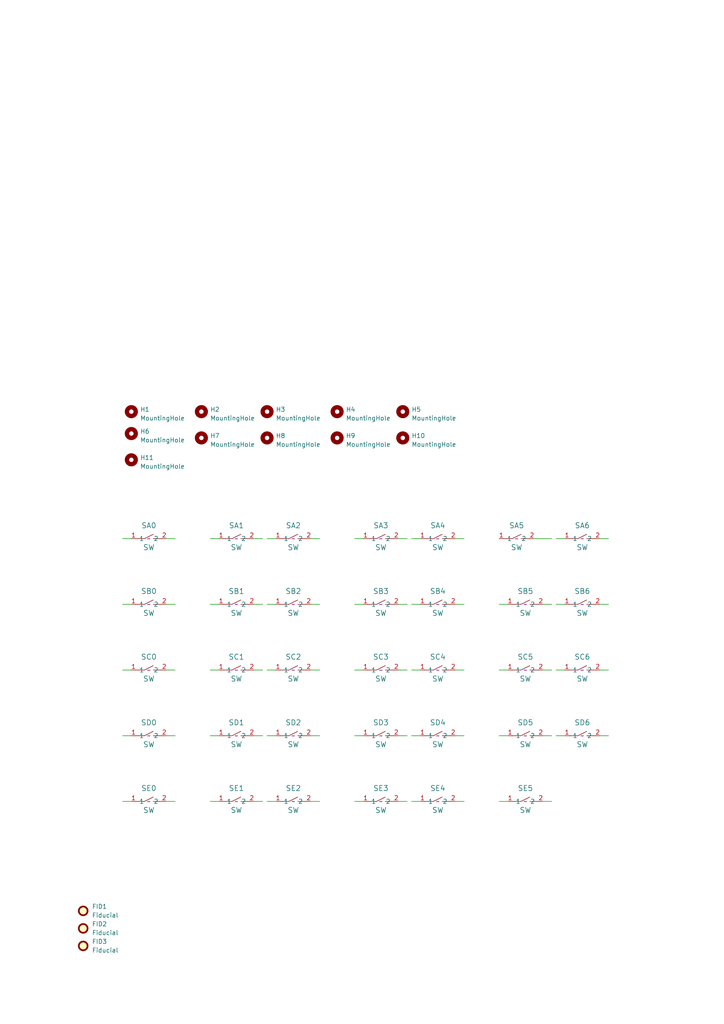
<source format=kicad_sch>
(kicad_sch (version 20230121) (generator eeschema)
  (paper "A4" portrait)
  (lib_symbols
    (symbol "Mechanical:Fiducial"
      (property "Reference" "FID" (at 0 5.08 0))
      (property "Value" "Fiducial" (at 0 3.175 0))
      (symbol "Fiducial_0_1"
        (circle (center 0 0) (radius 1.27) (stroke (width 0.508)) (fill (type background)))
      )
    )
    (symbol "Mechanical:MountingHole" (pin_names (offset 1.016))
      (property "Reference" "H" (at 0 5.08 0))
      (property "Value" "MountingHole" (at 0 3.175 0))
      (symbol "MountingHole_0_1"
        (circle (center 0 0) (radius 1.27) (stroke (width 1.27)))
      )
    )
    (symbol "YAEMK:MX_1U" (pin_names (offset 1.016))
      (property "Reference" "S" (at 0 -2.54 0))
      (property "Value" "MX_1U" (at 0 3.81 0))
      (symbol "MX_1U_1_1"
        (polyline (pts (xy 2.54 0) (xy 1.27 0)))
        (polyline (pts (xy 3.81 0) (xy 2.54 0)))
        (polyline (pts (xy 1.27 1.27) (xy -1.27 0) (xy -3.81 0)))
        (pin bidirectional line (at -5.08 0 0) (length 1.27) (name "1") (number "1"))
        (pin bidirectional line (at 5.08 0 180) (length 1.27) (name "2") (number "2"))
      )
    )
  )
  (wire (pts (xy 121.92 232.41) (xy 119.38 232.41)))
  (wire (pts (xy 90.17 156.21) (xy 92.71 156.21)))
  (wire (pts (xy 144.78 232.41) (xy 147.32 232.41)))
  (wire (pts (xy 132.08 232.41) (xy 134.62 232.41)))
  (wire (pts (xy 119.38 156.21) (xy 121.92 156.21)))
  (wire (pts (xy 90.17 213.36) (xy 92.71 213.36)))
  (wire (pts (xy 77.47 156.21) (xy 80.01 156.21)))
  (wire (pts (xy 60.96 213.36) (xy 63.5 213.36)))
  (wire (pts (xy 102.87 156.21) (xy 105.41 156.21)))
  (wire (pts (xy 173.99 194.31) (xy 176.53 194.31)))
  (wire (pts (xy 132.08 156.21) (xy 134.62 156.21)))
  (wire (pts (xy 161.29 213.36) (xy 163.83 213.36)))
  (wire (pts (xy 77.47 194.31) (xy 80.01 194.31)))
  (wire (pts (xy 60.96 156.21) (xy 63.5 156.21)))
  (wire (pts (xy 119.38 213.36) (xy 121.92 213.36)))
  (wire (pts (xy 73.66 194.31) (xy 76.2 194.31)))
  (wire (pts (xy 77.47 213.36) (xy 80.01 213.36)))
  (wire (pts (xy 144.78 175.26) (xy 147.32 175.26)))
  (wire (pts (xy 157.48 213.36) (xy 160.02 213.36)))
  (wire (pts (xy 77.47 175.26) (xy 80.01 175.26)))
  (wire (pts (xy 119.38 175.26) (xy 121.92 175.26)))
  (wire (pts (xy 173.99 213.36) (xy 176.53 213.36)))
  (wire (pts (xy 60.96 175.26) (xy 63.5 175.26)))
  (wire (pts (xy 157.48 194.31) (xy 160.02 194.31)))
  (wire (pts (xy 115.57 175.26) (xy 118.11 175.26)))
  (wire (pts (xy 35.56 213.36) (xy 38.1 213.36)))
  (wire (pts (xy 35.56 232.41) (xy 38.1 232.41)))
  (wire (pts (xy 161.29 156.21) (xy 163.83 156.21)))
  (wire (pts (xy 48.26 156.21) (xy 50.8 156.21)))
  (wire (pts (xy 73.66 175.26) (xy 76.2 175.26)))
  (wire (pts (xy 173.99 156.21) (xy 176.53 156.21)))
  (wire (pts (xy 73.66 213.36) (xy 76.2 213.36)))
  (wire (pts (xy 102.87 175.26) (xy 105.41 175.26)))
  (wire (pts (xy 144.78 213.36) (xy 147.32 213.36)))
  (wire (pts (xy 48.26 213.36) (xy 50.8 213.36)))
  (wire (pts (xy 102.87 213.36) (xy 105.41 213.36)))
  (wire (pts (xy 173.99 175.26) (xy 176.53 175.26)))
  (wire (pts (xy 90.17 194.31) (xy 92.71 194.31)))
  (wire (pts (xy 48.26 175.26) (xy 50.8 175.26)))
  (wire (pts (xy 144.78 194.31) (xy 147.32 194.31)))
  (wire (pts (xy 161.29 175.26) (xy 163.83 175.26)))
  (wire (pts (xy 35.56 194.31) (xy 38.1 194.31)))
  (wire (pts (xy 35.56 156.21) (xy 38.1 156.21)))
  (wire (pts (xy 102.87 232.41) (xy 105.41 232.41)))
  (wire (pts (xy 119.38 194.31) (xy 121.92 194.31)))
  (wire (pts (xy 102.87 194.31) (xy 105.41 194.31)))
  (wire (pts (xy 115.57 194.31) (xy 118.11 194.31)))
  (wire (pts (xy 132.08 175.26) (xy 134.62 175.26)))
  (wire (pts (xy 157.48 175.26) (xy 160.02 175.26)))
  (wire (pts (xy 90.17 175.26) (xy 92.71 175.26)))
  (wire (pts (xy 76.2 232.41) (xy 73.66 232.41)))
  (wire (pts (xy 48.26 194.31) (xy 50.8 194.31)))
  (wire (pts (xy 161.29 194.31) (xy 163.83 194.31)))
  (wire (pts (xy 77.47 232.41) (xy 80.01 232.41)))
  (wire (pts (xy 35.56 175.26) (xy 38.1 175.26)))
  (wire (pts (xy 115.57 156.21) (xy 118.11 156.21)))
  (wire (pts (xy 73.66 156.21) (xy 76.2 156.21)))
  (wire (pts (xy 132.08 194.31) (xy 134.62 194.31)))
  (wire (pts (xy 60.96 194.31) (xy 63.5 194.31)))
  (wire (pts (xy 115.57 213.36) (xy 118.11 213.36)))
  (wire (pts (xy 154.94 156.21) (xy 160.02 156.21)))
  (wire (pts (xy 157.48 232.41) (xy 160.02 232.41)))
  (wire (pts (xy 90.17 232.41) (xy 92.71 232.41)))
  (wire (pts (xy 48.26 232.41) (xy 50.8 232.41)))
  (wire (pts (xy 132.08 213.36) (xy 134.62 213.36)))
  (wire (pts (xy 115.57 232.41) (xy 118.11 232.41)))
  (wire (pts (xy 60.96 232.41) (xy 63.5 232.41)))
  (symbol (lib_id "Mechanical:Fiducial") (at 24.13 264.16 0) (unit 1)
    (property "Reference" "FID1" (at 26.67 262.8899 0) (effects (justify left)))
    (property "Value" "Fiducial" (at 26.67 265.4299 0) (effects (justify left)))
    (property "Footprint" "Fiducial:Fiducial_1mm_Mask2mm" (effects hide))
  )
  (symbol (lib_id "Mechanical:Fiducial") (at 24.13 274.32 0) (unit 1)
    (property "Reference" "FID3" (at 26.67 273.0499 0) (effects (justify left)))
    (property "Value" "Fiducial" (at 26.67 275.5899 0) (effects (justify left)))
    (property "Footprint" "Fiducial:Fiducial_1mm_Mask2mm" (effects hide))
  )
  (symbol (lib_id "YAEMK:MX_1U") (at 152.4 175.26 0) (unit 1)
    (property "Reference" "SB5" (at 152.4 171.45 0) (effects (font (size 1.524 1.524))))
    (property "Value" "SW" (at 152.4 177.8 0) (effects (font (size 1.524 1.524))))
    (property "Footprint" "pretty:ChocV1_Hotswap_reversible" (effects hide))
    (property "Datasheet" "~" (at 152.4 175.26 0) (effects (font (size 1.524 1.524))))
    (property "JLCPCB BOM" "0" (effects hide))
  )
  (symbol (lib_id "YAEMK:MX_1U") (at 110.49 213.36 0) (unit 1)
    (property "Reference" "SD3" (at 110.49 209.55 0) (effects (font (size 1.524 1.524))))
    (property "Value" "SW" (at 110.49 215.9 0) (effects (font (size 1.524 1.524))))
    (property "Footprint" "pretty:ChocV1_Hotswap_reversible" (effects hide))
    (property "Datasheet" "~" (at 110.49 213.36 0) (effects (font (size 1.524 1.524))))
    (property "JLCPCB BOM" "0" (effects hide))
  )
  (symbol (lib_id "YAEMK:MX_1U") (at 85.09 156.21 0) (unit 1)
    (property "Reference" "SA2" (at 85.09 152.4 0) (effects (font (size 1.524 1.524))))
    (property "Value" "SW" (at 85.09 158.75 0) (effects (font (size 1.524 1.524))))
    (property "Footprint" "pretty:ChocV1_Hotswap_reversible" (effects hide))
    (property "Datasheet" "~" (at 85.09 156.21 0) (effects (font (size 1.524 1.524))))
    (property "JLCPCB BOM" "0" (effects hide))
  )
  (symbol (lib_id "YAEMK:MX_1U") (at 168.91 175.26 0) (unit 1)
    (property "Reference" "SB6" (at 168.91 171.45 0) (effects (font (size 1.524 1.524))))
    (property "Value" "SW" (at 168.91 177.8 0) (effects (font (size 1.524 1.524))))
    (property "Footprint" "pretty:ChocV1_Hotswap_reversible" (effects hide))
    (property "Datasheet" "~" (at 168.91 175.26 0) (effects (font (size 1.524 1.524))))
    (property "JLCPCB BOM" "0" (effects hide))
  )
  (symbol (lib_id "Mechanical:MountingHole") (at 77.47 127 0) (unit 1)
    (property "Reference" "H8" (at 80.01 126.365 0) (effects (justify left)))
    (property "Value" "MountingHole" (at 80.01 128.905 0) (effects (justify left)))
    (property "Footprint" "MountingHole:MountingHole_2.2mm_M2" (effects hide))
  )
  (symbol (lib_id "YAEMK:MX_1U") (at 68.58 175.26 0) (unit 1)
    (property "Reference" "SB1" (at 68.58 171.45 0) (effects (font (size 1.524 1.524))))
    (property "Value" "SW" (at 68.58 177.8 0) (effects (font (size 1.524 1.524))))
    (property "Footprint" "pretty:ChocV1_Hotswap_reversible" (effects hide))
    (property "Datasheet" "~" (at 68.58 175.26 0) (effects (font (size 1.524 1.524))))
    (property "JLCPCB BOM" "0" (effects hide))
  )
  (symbol (lib_id "Mechanical:MountingHole") (at 38.1 119.38 0) (unit 1)
    (property "Reference" "H1" (at 40.64 118.745 0) (effects (justify left)))
    (property "Value" "MountingHole" (at 40.64 121.285 0) (effects (justify left)))
    (property "Footprint" "MountingHole:MountingHole_2.2mm_M2" (effects hide))
  )
  (symbol (lib_id "YAEMK:MX_1U") (at 85.09 232.41 0) (unit 1)
    (property "Reference" "SE2" (at 85.09 228.6 0) (effects (font (size 1.524 1.524))))
    (property "Value" "SW" (at 85.09 234.95 0) (effects (font (size 1.524 1.524))))
    (property "Footprint" "pretty:ChocV1_Hotswap_reversible" (effects hide))
    (property "Datasheet" "~" (at 85.09 232.41 0) (effects (font (size 1.524 1.524))))
    (property "JLCPCB BOM" "0" (effects hide))
  )
  (symbol (lib_id "YAEMK:MX_1U") (at 168.91 194.31 0) (unit 1)
    (property "Reference" "SC6" (at 168.91 190.5 0) (effects (font (size 1.524 1.524))))
    (property "Value" "SW" (at 168.91 196.85 0) (effects (font (size 1.524 1.524))))
    (property "Footprint" "pretty:ChocV1_Hotswap_reversible" (effects hide))
    (property "Datasheet" "~" (at 168.91 194.31 0) (effects (font (size 1.524 1.524))))
    (property "JLCPCB BOM" "0" (effects hide))
  )
  (symbol (lib_id "YAEMK:MX_1U") (at 43.18 213.36 0) (unit 1)
    (property "Reference" "SD0" (at 43.18 209.55 0) (effects (font (size 1.524 1.524))))
    (property "Value" "SW" (at 43.18 215.9 0) (effects (font (size 1.524 1.524))))
    (property "Footprint" "pretty:ChocV1_Hotswap_reversible" (effects hide))
    (property "Datasheet" "~" (at 43.18 213.36 0) (effects (font (size 1.524 1.524))))
    (property "JLCPCB BOM" "0" (effects hide))
  )
  (symbol (lib_id "YAEMK:MX_1U") (at 127 175.26 0) (unit 1)
    (property "Reference" "SB4" (at 127 171.45 0) (effects (font (size 1.524 1.524))))
    (property "Value" "SW" (at 127 177.8 0) (effects (font (size 1.524 1.524))))
    (property "Footprint" "pretty:ChocV1_Hotswap_reversible" (effects hide))
    (property "Datasheet" "~" (at 127 175.26 0) (effects (font (size 1.524 1.524))))
    (property "JLCPCB BOM" "0" (effects hide))
  )
  (symbol (lib_id "YAEMK:MX_1U") (at 110.49 232.41 0) (unit 1)
    (property "Reference" "SE3" (at 110.49 228.6 0) (effects (font (size 1.524 1.524))))
    (property "Value" "SW" (at 110.49 234.95 0) (effects (font (size 1.524 1.524))))
    (property "Footprint" "pretty:ChocV1_Hotswap_reversible" (effects hide))
    (property "Datasheet" "~" (at 110.49 232.41 0) (effects (font (size 1.524 1.524))))
    (property "JLCPCB BOM" "0" (effects hide))
  )
  (symbol (lib_id "Mechanical:MountingHole") (at 97.79 119.38 0) (unit 1)
    (property "Reference" "H4" (at 100.33 118.745 0) (effects (justify left)))
    (property "Value" "MountingHole" (at 100.33 121.285 0) (effects (justify left)))
    (property "Footprint" "MountingHole:MountingHole_2.2mm_M2" (effects hide))
  )
  (symbol (lib_id "YAEMK:MX_1U") (at 85.09 213.36 0) (unit 1)
    (property "Reference" "SD2" (at 85.09 209.55 0) (effects (font (size 1.524 1.524))))
    (property "Value" "SW" (at 85.09 215.9 0) (effects (font (size 1.524 1.524))))
    (property "Footprint" "pretty:ChocV1_Hotswap_reversible" (effects hide))
    (property "Datasheet" "~" (at 85.09 213.36 0) (effects (font (size 1.524 1.524))))
    (property "JLCPCB BOM" "0" (effects hide))
  )
  (symbol (lib_id "YAEMK:MX_1U") (at 127 156.21 0) (unit 1)
    (property "Reference" "SA4" (at 127 152.4 0) (effects (font (size 1.524 1.524))))
    (property "Value" "SW" (at 127 158.75 0) (effects (font (size 1.524 1.524))))
    (property "Footprint" "pretty:ChocV1_Hotswap_reversible" (effects hide))
    (property "Datasheet" "~" (at 127 156.21 0) (effects (font (size 1.524 1.524))))
    (property "JLCPCB BOM" "0" (effects hide))
  )
  (symbol (lib_id "Mechanical:Fiducial") (at 24.13 269.24 0) (unit 1)
    (property "Reference" "FID2" (at 26.67 267.9699 0) (effects (justify left)))
    (property "Value" "Fiducial" (at 26.67 270.5099 0) (effects (justify left)))
    (property "Footprint" "Fiducial:Fiducial_1mm_Mask2mm" (effects hide))
  )
  (symbol (lib_id "YAEMK:MX_1U") (at 168.91 156.21 0) (unit 1)
    (property "Reference" "SA6" (at 168.91 152.4 0) (effects (font (size 1.524 1.524))))
    (property "Value" "SW" (at 168.91 158.75 0) (effects (font (size 1.524 1.524))))
    (property "Footprint" "pretty:ChocV1_Hotswap_reversible" (effects hide))
    (property "Datasheet" "~" (at 168.91 156.21 0) (effects (font (size 1.524 1.524))))
    (property "JLCPCB BOM" "0" (effects hide))
  )
  (symbol (lib_id "Mechanical:MountingHole") (at 116.84 127 0) (unit 1)
    (property "Reference" "H10" (at 119.38 126.365 0) (effects (justify left)))
    (property "Value" "MountingHole" (at 119.38 128.905 0) (effects (justify left)))
    (property "Footprint" "MountingHole:MountingHole_2.2mm_M2" (effects hide))
  )
  (symbol (lib_id "YAEMK:MX_1U") (at 43.18 175.26 0) (unit 1)
    (property "Reference" "SB0" (at 43.18 171.45 0) (effects (font (size 1.524 1.524))))
    (property "Value" "SW" (at 43.18 177.8 0) (effects (font (size 1.524 1.524))))
    (property "Footprint" "pretty:ChocV1_Hotswap_reversible" (effects hide))
    (property "Datasheet" "~" (at 43.18 175.26 0) (effects (font (size 1.524 1.524))))
    (property "JLCPCB BOM" "0" (effects hide))
  )
  (symbol (lib_id "YAEMK:MX_1U") (at 68.58 232.41 0) (unit 1)
    (property "Reference" "SE1" (at 68.58 228.6 0) (effects (font (size 1.524 1.524))))
    (property "Value" "SW" (at 68.58 234.95 0) (effects (font (size 1.524 1.524))))
    (property "Footprint" "pretty:ChocV1_Hotswap_reversible" (effects hide))
    (property "Datasheet" "~" (at 68.58 232.41 0) (effects (font (size 1.524 1.524))))
    (property "JLCPCB BOM" "0" (effects hide))
  )
  (symbol (lib_id "YAEMK:MX_1U") (at 43.18 194.31 0) (unit 1)
    (property "Reference" "SC0" (at 43.18 190.5 0) (effects (font (size 1.524 1.524))))
    (property "Value" "SW" (at 43.18 196.85 0) (effects (font (size 1.524 1.524))))
    (property "Footprint" "pretty:ChocV1_Hotswap_reversible" (effects hide))
    (property "Datasheet" "~" (at 43.18 194.31 0) (effects (font (size 1.524 1.524))))
    (property "JLCPCB BOM" "0" (effects hide))
  )
  (symbol (lib_id "YAEMK:MX_1U") (at 152.4 213.36 0) (unit 1)
    (property "Reference" "SD5" (at 152.4 209.55 0) (effects (font (size 1.524 1.524))))
    (property "Value" "SW" (at 152.4 215.9 0) (effects (font (size 1.524 1.524))))
    (property "Footprint" "pretty:ChocV1_Hotswap_reversible" (effects hide))
    (property "Datasheet" "~" (at 152.4 213.36 0) (effects (font (size 1.524 1.524))))
    (property "JLCPCB BOM" "0" (effects hide))
  )
  (symbol (lib_id "YAEMK:MX_1U") (at 68.58 156.21 0) (unit 1)
    (property "Reference" "SA1" (at 68.58 152.4 0) (effects (font (size 1.524 1.524))))
    (property "Value" "SW" (at 68.58 158.75 0) (effects (font (size 1.524 1.524))))
    (property "Footprint" "pretty:ChocV1_Hotswap_reversible" (effects hide))
    (property "Datasheet" "~" (at 68.58 156.21 0) (effects (font (size 1.524 1.524))))
    (property "JLCPCB BOM" "0" (effects hide))
  )
  (symbol (lib_id "Mechanical:MountingHole") (at 97.79 127 0) (unit 1)
    (property "Reference" "H9" (at 100.33 126.365 0) (effects (justify left)))
    (property "Value" "MountingHole" (at 100.33 128.905 0) (effects (justify left)))
    (property "Footprint" "MountingHole:MountingHole_2.2mm_M2" (effects hide))
  )
  (symbol (lib_id "YAEMK:MX_1U") (at 149.86 156.21 0) (unit 1)
    (property "Reference" "SA5" (at 149.86 152.4 0) (effects (font (size 1.524 1.524))))
    (property "Value" "SW" (at 149.86 158.75 0) (effects (font (size 1.524 1.524))))
    (property "Footprint" "pretty:ChocV1_Hotswap_reversible" (effects hide))
    (property "Datasheet" "~" (at 149.86 156.21 0) (effects (font (size 1.524 1.524))))
    (property "JLCPCB BOM" "0" (effects hide))
  )
  (symbol (lib_id "YAEMK:MX_1U") (at 127 194.31 0) (unit 1)
    (property "Reference" "SC4" (at 127 190.5 0) (effects (font (size 1.524 1.524))))
    (property "Value" "SW" (at 127 196.85 0) (effects (font (size 1.524 1.524))))
    (property "Footprint" "pretty:ChocV1_Hotswap_reversible" (effects hide))
    (property "Datasheet" "~" (at 127 194.31 0) (effects (font (size 1.524 1.524))))
    (property "JLCPCB BOM" "0" (effects hide))
  )
  (symbol (lib_id "YAEMK:MX_1U") (at 85.09 194.31 0) (unit 1)
    (property "Reference" "SC2" (at 85.09 190.5 0) (effects (font (size 1.524 1.524))))
    (property "Value" "SW" (at 85.09 196.85 0) (effects (font (size 1.524 1.524))))
    (property "Footprint" "pretty:ChocV1_Hotswap_reversible" (effects hide))
    (property "Datasheet" "~" (at 85.09 194.31 0) (effects (font (size 1.524 1.524))))
    (property "JLCPCB BOM" "0" (effects hide))
  )
  (symbol (lib_id "Mechanical:MountingHole") (at 77.47 119.38 0) (unit 1)
    (property "Reference" "H3" (at 80.01 118.745 0) (effects (justify left)))
    (property "Value" "MountingHole" (at 80.01 121.285 0) (effects (justify left)))
    (property "Footprint" "MountingHole:MountingHole_2.2mm_M2" (effects hide))
  )
  (symbol (lib_id "YAEMK:MX_1U") (at 152.4 194.31 0) (unit 1)
    (property "Reference" "SC5" (at 152.4 190.5 0) (effects (font (size 1.524 1.524))))
    (property "Value" "SW" (at 152.4 196.85 0) (effects (font (size 1.524 1.524))))
    (property "Footprint" "pretty:ChocV1_Hotswap_reversible" (effects hide))
    (property "Datasheet" "~" (at 152.4 194.31 0) (effects (font (size 1.524 1.524))))
    (property "JLCPCB BOM" "0" (effects hide))
  )
  (symbol (lib_id "Mechanical:MountingHole") (at 38.1 125.73 0) (unit 1)
    (property "Reference" "H6" (at 40.64 125.095 0) (effects (justify left)))
    (property "Value" "MountingHole" (at 40.64 127.635 0) (effects (justify left)))
    (property "Footprint" "MountingHole:MountingHole_2.2mm_M2" (effects hide))
  )
  (symbol (lib_id "YAEMK:MX_1U") (at 110.49 156.21 0) (unit 1)
    (property "Reference" "SA3" (at 110.49 152.4 0) (effects (font (size 1.524 1.524))))
    (property "Value" "SW" (at 110.49 158.75 0) (effects (font (size 1.524 1.524))))
    (property "Footprint" "pretty:ChocV1_Hotswap_reversible" (effects hide))
    (property "Datasheet" "~" (at 110.49 156.21 0) (effects (font (size 1.524 1.524))))
    (property "JLCPCB BOM" "0" (effects hide))
  )
  (symbol (lib_id "Mechanical:MountingHole") (at 58.42 119.38 0) (unit 1)
    (property "Reference" "H2" (at 60.96 118.745 0) (effects (justify left)))
    (property "Value" "MountingHole" (at 60.96 121.285 0) (effects (justify left)))
    (property "Footprint" "MountingHole:MountingHole_2.2mm_M2" (effects hide))
  )
  (symbol (lib_id "Mechanical:MountingHole") (at 38.1 133.35 0) (unit 1)
    (property "Reference" "H11" (at 40.64 132.715 0) (effects (justify left)))
    (property "Value" "MountingHole" (at 40.64 135.255 0) (effects (justify left)))
    (property "Footprint" "MountingHole:MountingHole_2.2mm_M2" (effects hide))
  )
  (symbol (lib_id "YAEMK:MX_1U") (at 110.49 194.31 0) (unit 1)
    (property "Reference" "SC3" (at 110.49 190.5 0) (effects (font (size 1.524 1.524))))
    (property "Value" "SW" (at 110.49 196.85 0) (effects (font (size 1.524 1.524))))
    (property "Footprint" "pretty:ChocV1_Hotswap_reversible" (effects hide))
    (property "Datasheet" "~" (at 110.49 194.31 0) (effects (font (size 1.524 1.524))))
    (property "JLCPCB BOM" "0" (effects hide))
  )
  (symbol (lib_id "Mechanical:MountingHole") (at 116.84 119.38 0) (unit 1)
    (property "Reference" "H5" (at 119.38 118.745 0) (effects (justify left)))
    (property "Value" "MountingHole" (at 119.38 121.285 0) (effects (justify left)))
    (property "Footprint" "MountingHole:MountingHole_2.2mm_M2" (effects hide))
  )
  (symbol (lib_id "YAEMK:MX_1U") (at 168.91 213.36 0) (unit 1)
    (property "Reference" "SD6" (at 168.91 209.55 0) (effects (font (size 1.524 1.524))))
    (property "Value" "SW" (at 168.91 215.9 0) (effects (font (size 1.524 1.524))))
    (property "Footprint" "pretty:ChocV1_Hotswap_reversible" (effects hide))
    (property "Datasheet" "~" (at 168.91 213.36 0) (effects (font (size 1.524 1.524))))
    (property "JLCPCB BOM" "0" (effects hide))
  )
  (symbol (lib_id "YAEMK:MX_1U") (at 43.18 232.41 0) (unit 1)
    (property "Reference" "SE0" (at 43.18 228.6 0) (effects (font (size 1.524 1.524))))
    (property "Value" "SW" (at 43.18 234.95 0) (effects (font (size 1.524 1.524))))
    (property "Footprint" "pretty:ChocV1_Hotswap_reversible" (effects hide))
    (property "Datasheet" "~" (at 43.18 232.41 0) (effects (font (size 1.524 1.524))))
    (property "JLCPCB BOM" "0" (effects hide))
  )
  (symbol (lib_id "YAEMK:MX_1U") (at 85.09 175.26 0) (unit 1)
    (property "Reference" "SB2" (at 85.09 171.45 0) (effects (font (size 1.524 1.524))))
    (property "Value" "SW" (at 85.09 177.8 0) (effects (font (size 1.524 1.524))))
    (property "Footprint" "pretty:ChocV1_Hotswap_reversible" (effects hide))
    (property "Datasheet" "~" (at 85.09 175.26 0) (effects (font (size 1.524 1.524))))
    (property "JLCPCB BOM" "0" (effects hide))
  )
  (symbol (lib_id "YAEMK:MX_1U") (at 68.58 194.31 0) (unit 1)
    (property "Reference" "SC1" (at 68.58 190.5 0) (effects (font (size 1.524 1.524))))
    (property "Value" "SW" (at 68.58 196.85 0) (effects (font (size 1.524 1.524))))
    (property "Footprint" "pretty:ChocV1_Hotswap_reversible" (effects hide))
    (property "Datasheet" "~" (at 68.58 194.31 0) (effects (font (size 1.524 1.524))))
    (property "JLCPCB BOM" "0" (effects hide))
  )
  (symbol (lib_id "Mechanical:MountingHole") (at 58.42 127 0) (unit 1)
    (property "Reference" "H7" (at 60.96 126.365 0) (effects (justify left)))
    (property "Value" "MountingHole" (at 60.96 128.905 0) (effects (justify left)))
    (property "Footprint" "MountingHole:MountingHole_2.2mm_M2" (effects hide))
  )
  (symbol (lib_id "YAEMK:MX_1U") (at 127 213.36 0) (unit 1)
    (property "Reference" "SD4" (at 127 209.55 0) (effects (font (size 1.524 1.524))))
    (property "Value" "SW" (at 127 215.9 0) (effects (font (size 1.524 1.524))))
    (property "Footprint" "pretty:ChocV1_Hotswap_reversible" (effects hide))
    (property "Datasheet" "~" (at 127 213.36 0) (effects (font (size 1.524 1.524))))
    (property "JLCPCB BOM" "0" (effects hide))
  )
  (symbol (lib_id "YAEMK:MX_1U") (at 68.58 213.36 0) (unit 1)
    (property "Reference" "SD1" (at 68.58 209.55 0) (effects (font (size 1.524 1.524))))
    (property "Value" "SW" (at 68.58 215.9 0) (effects (font (size 1.524 1.524))))
    (property "Footprint" "pretty:ChocV1_Hotswap_reversible" (effects hide))
    (property "Datasheet" "~" (at 68.58 213.36 0) (effects (font (size 1.524 1.524))))
    (property "JLCPCB BOM" "0" (effects hide))
  )
  (symbol (lib_id "YAEMK:MX_1U") (at 152.4 232.41 0) (unit 1)
    (property "Reference" "SE5" (at 152.4 228.6 0) (effects (font (size 1.524 1.524))))
    (property "Value" "SW" (at 152.4 234.95 0) (effects (font (size 1.524 1.524))))
    (property "Footprint" "pretty:ChocV1_Hotswap_reversible" (effects hide))
    (property "Datasheet" "~" (at 152.4 232.41 0) (effects (font (size 1.524 1.524))))
    (property "JLCPCB BOM" "0" (effects hide))
  )
  (symbol (lib_id "YAEMK:MX_1U") (at 127 232.41 0) (unit 1)
    (property "Reference" "SE4" (at 127 228.6 0) (effects (font (size 1.524 1.524))))
    (property "Value" "SW" (at 127 234.95 0) (effects (font (size 1.524 1.524))))
    (property "Footprint" "pretty:ChocV1_Hotswap_reversible" (effects hide))
    (property "Datasheet" "~" (at 127 232.41 0) (effects (font (size 1.524 1.524))))
    (property "JLCPCB BOM" "0" (effects hide))
  )
  (symbol (lib_id "YAEMK:MX_1U") (at 110.49 175.26 0) (unit 1)
    (property "Reference" "SB3" (at 110.49 171.45 0) (effects (font (size 1.524 1.524))))
    (property "Value" "SW" (at 110.49 177.8 0) (effects (font (size 1.524 1.524))))
    (property "Footprint" "pretty:ChocV1_Hotswap_reversible" (effects hide))
    (property "Datasheet" "~" (at 110.49 175.26 0) (effects (font (size 1.524 1.524))))
    (property "JLCPCB BOM" "0" (effects hide))
  )
  (symbol (lib_id "YAEMK:MX_1U") (at 43.18 156.21 0) (unit 1)
    (property "Reference" "SA0" (at 43.18 152.4 0) (effects (font (size 1.524 1.524))))
    (property "Value" "SW" (at 43.18 158.75 0) (effects (font (size 1.524 1.524))))
    (property "Footprint" "pretty:ChocV1_Hotswap_reversible" (effects hide))
    (property "Datasheet" "~" (at 43.18 156.21 0) (effects (font (size 1.524 1.524))))
    (property "JLCPCB BOM" "0" (effects hide))
  )
)
</source>
